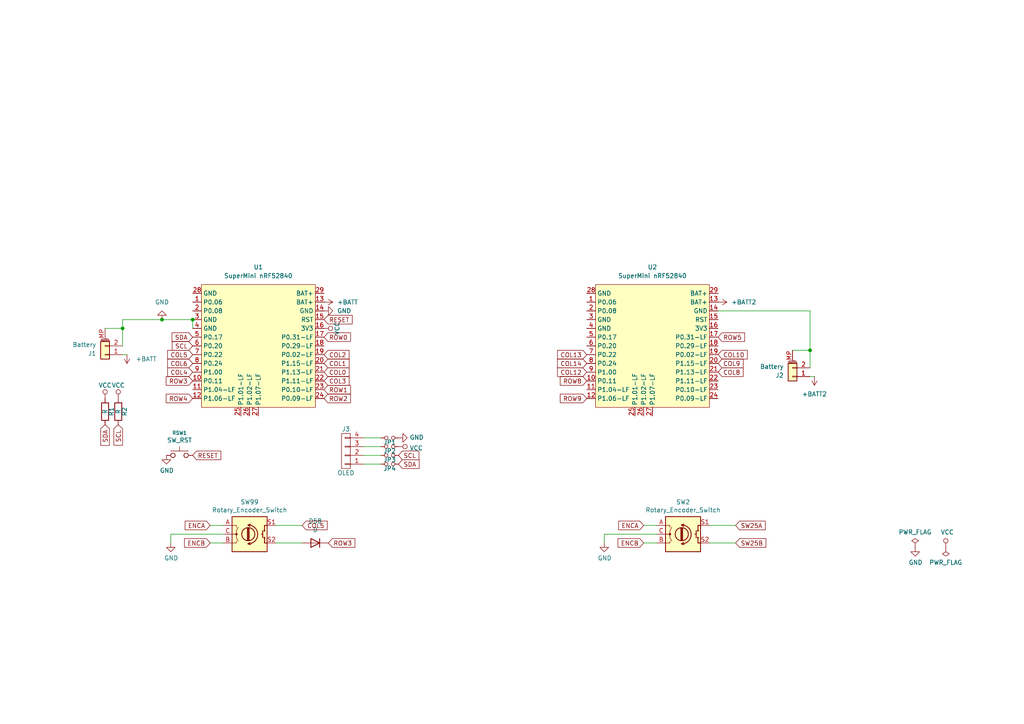
<source format=kicad_sch>
(kicad_sch (version 20231120) (generator "eeschema") (generator_version "8.0")
  (paper "A4")
  (lib_symbols
    (symbol "Connector_Generic_MountingPin:Conn_01x02_MountingPin" (pin_names (offset 1.016) hide)
      (property "Reference" "J" (at 0 2.54 0))
      (property "Value" "Conn_01x02_MountingPin" (at 1.27 -5.08 0))
      (symbol "Conn_01x02_MountingPin_1_1"
        (rectangle (start -1.27 -2.413) (end 0 -2.667) (stroke (width 0.1524)))
        (rectangle (start -1.27 0.127) (end 0 -0.127) (stroke (width 0.1524)))
        (rectangle (start -1.27 1.27) (end 1.27 -3.81) (stroke (width 0.254)) (fill (type background)))
        (polyline (pts (xy -1.016 -4.572) (xy 1.016 -4.572)) (stroke (width 0.1524)))
        (text "Mounting" (at 0 -4.191 0) (effects (font (size 0.381 0.381))))
        (pin passive line (at -5.08 0 0) (length 3.81) (name "Pin_1") (number "1"))
        (pin passive line (at -5.08 -2.54 0) (length 3.81) (name "Pin_2") (number "2"))
        (pin passive line (at 0 -7.62 90) (length 3.048) (name "MountPin") (number "MP"))
      )
    )
    (symbol "Device:D" (pin_numbers hide) (pin_names (offset 1.016) hide)
      (property "Reference" "D" (at 0 2.54 0))
      (property "Value" "D" (at 0 -2.54 0))
      (symbol "D_0_1"
        (polyline (pts (xy -1.27 1.27) (xy -1.27 -1.27)) (stroke (width 0.254)))
        (polyline (pts (xy 1.27 0) (xy -1.27 0)))
        (polyline (pts (xy 1.27 1.27) (xy 1.27 -1.27) (xy -1.27 0) (xy 1.27 1.27)) (stroke (width 0.254)))
      )
      (symbol "D_1_1"
        (pin passive line (at -3.81 0 0) (length 2.54) (name "K") (number "1"))
        (pin passive line (at 3.81 0 180) (length 2.54) (name "A") (number "2"))
      )
    )
    (symbol "SofleKeyboard-rescue:GND-Lily58-cache-Lily58_Pro-rescue" (power) (pin_names (offset 0))
      (property "Value" "GND-Lily58-cache-Lily58_Pro-rescue" (at 0 -3.81 0))
      (symbol "GND-Lily58-cache-Lily58_Pro-rescue_1_1"
        (polyline (pts (xy 0 0) (xy 0 -1.27) (xy 1.27 -1.27) (xy 0 -2.54) (xy -1.27 -1.27) (xy 0 -1.27)))
        (pin power_in line (at 0 0 0) (length 0) hide (name "GND") (number "1"))
      )
    )
    (symbol "SofleKeyboard-rescue:GND-power" (power) (pin_names (offset 0))
      (property "Value" "power_GND" (at 0 -3.81 0))
      (symbol "GND-power_0_1"
        (polyline (pts (xy 0 0) (xy 0 -1.27) (xy 1.27 -1.27) (xy 0 -2.54) (xy -1.27 -1.27) (xy 0 -1.27)))
      )
      (symbol "GND-power_1_1"
        (pin power_in line (at 0 0 270) (length 0) hide (name "GND") (number "1"))
      )
    )
    (symbol "SofleKeyboard-rescue:Jumper_NO_Small-Device" (pin_numbers hide) (pin_names (offset 0.762) hide)
      (property "Reference" "JP" (at 0 2.032 0))
      (property "Value" "Device_Jumper_NO_Small" (at 0.254 -1.524 0))
      (symbol "Jumper_NO_Small-Device_0_1"
        (circle (center -1.016 0) (radius 0.508))
        (circle (center 1.016 0) (radius 0.508))
        (pin passive line (at -2.54 0 0) (length 1.016) (name "1") (number "1"))
        (pin passive line (at 2.54 0 180) (length 1.016) (name "2") (number "2"))
      )
    )
    (symbol "SofleKeyboard-rescue:OLED-Lily58-cache-Lily58_Pro-rescue" (pin_names (offset 1.016) hide)
      (property "Reference" "J" (at 0 6.35 0))
      (property "Value" "OLED-Lily58-cache-Lily58_Pro-rescue" (at 2.54 0 90))
      (symbol "OLED-Lily58-cache-Lily58_Pro-rescue_0_1"
        (rectangle (start -1.27 -3.683) (end 0.254 -3.937))
        (rectangle (start -1.27 -1.143) (end 0.254 -1.397))
        (rectangle (start -1.27 1.397) (end 0.254 1.143))
        (rectangle (start -1.27 3.937) (end 0.254 3.683))
        (rectangle (start -1.27 5.08) (end 1.27 -5.08))
      )
      (symbol "OLED-Lily58-cache-Lily58_Pro-rescue_1_1"
        (pin passive line (at -5.08 3.81 0) (length 3.81) (name "P1") (number "1"))
        (pin passive line (at -5.08 1.27 0) (length 3.81) (name "P2") (number "2"))
        (pin passive line (at -5.08 -1.27 0) (length 3.81) (name "P3") (number "3"))
        (pin passive line (at -5.08 -3.81 0) (length 3.81) (name "P4") (number "4"))
      )
    )
    (symbol "SofleKeyboard-rescue:PWR_FLAG-Lily58-cache-Lily58_Pro-rescue" (power) (pin_numbers hide) (pin_names (offset 0) hide)
      (property "Value" "PWR_FLAG-Lily58-cache-Lily58_Pro-rescue" (at 0 3.81 0))
      (symbol "PWR_FLAG-Lily58-cache-Lily58_Pro-rescue_0_0"
        (pin power_out line (at 0 0 90) (length 0) (name "pwr") (number "1"))
      )
      (symbol "PWR_FLAG-Lily58-cache-Lily58_Pro-rescue_0_1"
        (polyline (pts (xy 0 0) (xy 0 1.27) (xy -1.016 1.905) (xy 0 2.54) (xy 1.016 1.905) (xy 0 1.27)))
      )
    )
    (symbol "SofleKeyboard-rescue:R-Lily58-cache-Lily58_Pro-rescue" (pin_numbers hide) (pin_names (offset 0))
      (property "Reference" "R" (at 0 0 90))
      (property "Value" "R-Lily58-cache-Lily58_Pro-rescue" (at -2.54 0 90))
      (symbol "R-Lily58-cache-Lily58_Pro-rescue_0_1"
        (rectangle (start -1.016 -2.54) (end 1.016 2.54) (stroke (width 0.254)))
      )
      (symbol "R-Lily58-cache-Lily58_Pro-rescue_1_1"
        (pin passive line (at 0 3.81 270) (length 1.27) (name "~") (number "1"))
        (pin passive line (at 0 -3.81 90) (length 1.27) (name "~") (number "2"))
      )
    )
    (symbol "SofleKeyboard-rescue:Rotary_Encoder_Switch-Device" (pin_names (offset 0.254) hide)
      (property "Reference" "SW" (at 0 6.604 0))
      (property "Value" "Device_Rotary_Encoder_Switch" (at 0 -6.604 0))
      (symbol "Rotary_Encoder_Switch-Device_0_1"
        (rectangle (start -5.08 5.08) (end 5.08 -5.08) (stroke (width 0.254)) (fill (type background)))
        (circle (center -3.81 0) (radius 0.254) (fill (type outline)))
        (arc (start -0.381 -2.794) (mid 2.3622 -0.0508) (end -0.381 2.667) (stroke (width 0.254)))
        (circle (center -0.381 0) (radius 1.905) (stroke (width 0.254)))
        (polyline (pts (xy -0.635 -1.778) (xy -0.635 1.778)) (stroke (width 0.254)))
        (polyline (pts (xy -0.381 -1.778) (xy -0.381 1.778)) (stroke (width 0.254)))
        (polyline (pts (xy -0.127 1.778) (xy -0.127 -1.778)) (stroke (width 0.254)))
        (polyline (pts (xy 3.81 0) (xy 3.429 0)) (stroke (width 0.254)))
        (polyline (pts (xy 3.81 1.016) (xy 3.81 -1.016)) (stroke (width 0.254)))
        (polyline (pts (xy -5.08 -2.54) (xy -3.81 -2.54) (xy -3.81 -2.032)))
        (polyline (pts (xy -5.08 2.54) (xy -3.81 2.54) (xy -3.81 2.032)))
        (polyline (pts (xy 0.254 -3.048) (xy -0.508 -2.794) (xy 0.127 -2.413)) (stroke (width 0.254)))
        (polyline (pts (xy 0.254 2.921) (xy -0.508 2.667) (xy 0.127 2.286)) (stroke (width 0.254)))
        (polyline (pts (xy 5.08 -2.54) (xy 4.318 -2.54) (xy 4.318 -1.016)) (stroke (width 0.254)))
        (polyline (pts (xy 5.08 2.54) (xy 4.318 2.54) (xy 4.318 1.016)) (stroke (width 0.254)))
        (polyline (pts (xy -5.08 0) (xy -3.81 0) (xy -3.81 -1.016) (xy -3.302 -2.032)))
        (polyline (pts (xy -4.318 0) (xy -3.81 0) (xy -3.81 1.016) (xy -3.302 2.032)))
        (circle (center 4.318 -1.016) (radius 0.127) (stroke (width 0.254)))
        (circle (center 4.318 1.016) (radius 0.127) (stroke (width 0.254)))
      )
      (symbol "Rotary_Encoder_Switch-Device_1_1"
        (pin passive line (at -7.62 2.54 0) (length 2.54) (name "A") (number "A"))
        (pin passive line (at -7.62 -2.54 0) (length 2.54) (name "B") (number "B"))
        (pin passive line (at -7.62 0 0) (length 2.54) (name "C") (number "C"))
        (pin passive line (at 7.62 2.54 180) (length 2.54) (name "S1") (number "S1"))
        (pin passive line (at 7.62 -2.54 180) (length 2.54) (name "S2") (number "S2"))
      )
    )
    (symbol "SofleKeyboard-rescue:SW_RST-Lily58-cache-Lily58_Pro-rescue" (pin_numbers hide) (pin_names (offset 1.016) hide)
      (property "Reference" "RSW" (at 2.54 2.54 0))
      (property "Value" "SW_RST-Lily58-cache-Lily58_Pro-rescue" (at 0 -2.54 0))
      (symbol "SW_RST-Lily58-cache-Lily58_Pro-rescue_0_1"
        (polyline (pts (xy -2.54 1.27) (xy 2.54 1.27)))
        (polyline (pts (xy 0 2.54) (xy 0 1.27)))
        (pin passive inverted (at -3.81 0 0) (length 2.54) (name "1") (number "1"))
        (pin passive inverted (at 3.81 0 180) (length 2.54) (name "2") (number "2"))
      )
    )
    (symbol "SofleKeyboard-rescue:VCC-Lily58-cache-Lily58_Pro-rescue" (power) (pin_names (offset 0))
      (property "Value" "VCC-Lily58-cache-Lily58_Pro-rescue" (at 0 3.81 0))
      (symbol "VCC-Lily58-cache-Lily58_Pro-rescue_0_1"
        (polyline (pts (xy 0 0) (xy 0 1.27)))
        (circle (center 0 1.905) (radius 0.635))
      )
      (symbol "VCC-Lily58-cache-Lily58_Pro-rescue_1_1"
        (pin power_in line (at 0 0 90) (length 0) hide (name "VCC") (number "1"))
      )
    )
    (symbol "SofleKeyboard-rescue:VCC-power" (power) (pin_names (offset 0))
      (property "Value" "power_VCC" (at 0 3.81 0))
      (symbol "VCC-power_0_1"
        (polyline (pts (xy 0 0) (xy 0 1.27)))
        (circle (center 0 1.905) (radius 0.635))
      )
      (symbol "VCC-power_1_1"
        (pin power_in line (at 0 0 90) (length 0) hide (name "VCC") (number "1"))
      )
    )
    (symbol "marbastlib-promicroish:SuperMini_nRF52840" (in_bom no)
      (property "Reference" "U" (at 0 22.86 0))
      (property "Value" "SuperMini nRF52840" (at 0 20.32 0))
      (symbol "SuperMini_nRF52840_0_0"
        (pin bidirectional line (at -19.05 13.97 0) (length 2.54) (name "P0.06") (number "1"))
        (pin bidirectional line (at -19.05 -8.89 0) (length 2.54) (name "P0.11") (number "10"))
        (pin bidirectional line (at -19.05 -11.43 0) (length 2.54) (name "P1.04-LF") (number "11"))
        (pin bidirectional line (at -19.05 -13.97 0) (length 2.54) (name "P1.06-LF") (number "12"))
        (pin power_out line (at 19.05 11.43 180) (length 2.54) (name "GND") (number "14"))
        (pin bidirectional line (at 19.05 8.89 180) (length 2.54) (name "RST") (number "15"))
        (pin bidirectional line (at 19.05 3.81 180) (length 2.54) (name "P0.31-LF") (number "17"))
        (pin bidirectional line (at 19.05 1.27 180) (length 2.54) (name "P0.29-LF") (number "18"))
        (pin bidirectional line (at 19.05 -1.27 180) (length 2.54) (name "P0.02-LF") (number "19"))
        (pin bidirectional line (at -19.05 11.43 0) (length 2.54) (name "P0.08") (number "2"))
        (pin bidirectional line (at 19.05 -3.81 180) (length 2.54) (name "P1.15-LF") (number "20"))
        (pin bidirectional line (at 19.05 -6.35 180) (length 2.54) (name "P1.13-LF") (number "21"))
        (pin bidirectional line (at 19.05 -8.89 180) (length 2.54) (name "P1.11-LF") (number "22"))
        (pin bidirectional line (at 19.05 -13.97 180) (length 2.54) (name "P0.09-LF") (number "24"))
        (pin power_out line (at -19.05 8.89 0) (length 2.54) (name "GND") (number "3"))
        (pin power_out line (at -19.05 6.35 0) (length 2.54) (name "GND") (number "4"))
        (pin bidirectional line (at -19.05 3.81 0) (length 2.54) (name "P0.17") (number "5"))
        (pin bidirectional line (at -19.05 1.27 0) (length 2.54) (name "P0.20") (number "6"))
        (pin bidirectional line (at -19.05 -1.27 0) (length 2.54) (name "P0.22") (number "7"))
        (pin bidirectional line (at -19.05 -3.81 0) (length 2.54) (name "P0.24") (number "8"))
        (pin bidirectional line (at -19.05 -6.35 0) (length 2.54) (name "P1.00") (number "9"))
      )
      (symbol "SuperMini_nRF52840_1_0"
        (pin power_out line (at 19.05 13.97 180) (length 2.54) (name "BAT+") (number "13"))
        (pin power_out line (at 19.05 6.35 180) (length 2.54) (name "3V3") (number "16"))
        (pin bidirectional line (at 19.05 -11.43 180) (length 2.54) (name "P0.10-LF") (number "23"))
        (pin bidirectional line (at -5.08 -19.05 90) (length 2.54) (name "P1.01-LF") (number "25"))
        (pin bidirectional line (at -2.54 -19.05 90) (length 2.54) (name "P1.02-LF") (number "26"))
        (pin bidirectional line (at 0 -19.05 90) (length 2.54) (name "P1.07-LF") (number "27"))
        (pin power_out line (at -19.05 16.51 0) (length 2.54) (name "GND") (number "28"))
        (pin power_out line (at 19.05 16.51 180) (length 2.54) (name "BAT+") (number "29"))
      )
      (symbol "SuperMini_nRF52840_1_1"
        (rectangle (start -16.51 19.05) (end 16.51 -16.51) (fill (type background)))
      )
    )
    (symbol "power:+BATT" (power) (pin_numbers hide) (pin_names (offset 0) hide)
      (property "Value" "+BATT" (at 0 3.556 0))
      (symbol "+BATT_0_1"
        (polyline (pts (xy -0.762 1.27) (xy 0 2.54)))
        (polyline (pts (xy 0 0) (xy 0 2.54)))
        (polyline (pts (xy 0 2.54) (xy 0.762 1.27)))
      )
      (symbol "+BATT_1_1"
        (pin power_in line (at 0 0 90) (length 0) (name "~") (number "1"))
      )
    )
    (symbol "power:GND" (power) (pin_numbers hide) (pin_names (offset 0) hide)
      (property "Value" "GND" (at 0 -3.81 0))
      (symbol "GND_0_1"
        (polyline (pts (xy 0 0) (xy 0 -1.27) (xy 1.27 -1.27) (xy 0 -2.54) (xy -1.27 -1.27) (xy 0 -1.27)))
      )
      (symbol "GND_1_1"
        (pin power_in line (at 0 0 270) (length 0) (name "~") (number "1"))
      )
    )
  )
  (junction (at 55.88 92.71))
  (junction (at 35.56 95.25))
  (junction (at 46.99 92.71))
  (junction (at 234.95 101.6))
  (wire (pts (xy 60.96 152.4) (xy 64.77 152.4)))
  (wire (pts (xy 186.69 152.4) (xy 190.5 152.4)))
  (wire (pts (xy 205.74 152.4) (xy 213.36 152.4)))
  (wire (pts (xy 49.53 154.94) (xy 49.53 157.48)))
  (wire (pts (xy 110.49 134.62) (xy 105.41 134.62)))
  (wire (pts (xy 46.99 92.71) (xy 35.56 92.71)))
  (wire (pts (xy 208.28 90.17) (xy 234.95 90.17)))
  (wire (pts (xy 234.95 101.6) (xy 229.87 101.6)))
  (wire (pts (xy 35.56 100.33) (xy 35.56 95.25)))
  (wire (pts (xy 234.95 109.22) (xy 236.22 109.22)))
  (wire (pts (xy 190.5 154.94) (xy 175.26 154.94)))
  (wire (pts (xy 80.01 152.4) (xy 87.63 152.4)))
  (wire (pts (xy 105.41 132.08) (xy 110.49 132.08)))
  (wire (pts (xy 35.56 92.71) (xy 35.56 95.25)))
  (wire (pts (xy 105.41 129.54) (xy 110.49 129.54)))
  (wire (pts (xy 64.77 154.94) (xy 49.53 154.94)))
  (wire (pts (xy 234.95 106.68) (xy 234.95 101.6)))
  (wire (pts (xy 55.88 92.71) (xy 46.99 92.71)))
  (wire (pts (xy 105.41 127) (xy 110.49 127)))
  (wire (pts (xy 55.88 92.71) (xy 55.88 95.25)))
  (wire (pts (xy 60.96 157.48) (xy 64.77 157.48)))
  (wire (pts (xy 205.74 157.48) (xy 213.36 157.48)))
  (wire (pts (xy 35.56 102.87) (xy 36.83 102.87)))
  (wire (pts (xy 234.95 90.17) (xy 234.95 101.6)))
  (wire (pts (xy 186.69 157.48) (xy 190.5 157.48)))
  (wire (pts (xy 80.01 157.48) (xy 87.63 157.48)))
  (wire (pts (xy 35.56 95.25) (xy 30.48 95.25)))
  (wire (pts (xy 175.26 154.94) (xy 175.26 157.48)))
  (global_label "SDA" (shape input) (at 55.88 97.79 180) (property "Intersheetrefs" "${INTERSHEET_REFS}" (effects (hide yes))))
  (global_label "COL2" (shape input) (at 93.98 102.87 0) (property "Intersheetrefs" "${INTERSHEET_REFS}" (effects (hide yes))))
  (global_label "ROW3" (shape input) (at 55.88 110.49 180) (property "Intersheetrefs" "${INTERSHEET_REFS}" (effects (hide yes))))
  (global_label "SCL" (shape input) (at 34.29 123.19 270) (property "Intersheetrefs" "${INTERSHEET_REFS}" (effects (hide yes))))
  (global_label "COL0" (shape input) (at 93.98 107.95 0) (property "Intersheetrefs" "${INTERSHEET_REFS}" (effects (hide yes))))
  (global_label "ROW3" (shape input) (at 95.25 157.48 0) (property "Intersheetrefs" "${INTERSHEET_REFS}" (effects (hide yes))))
  (global_label "COL6" (shape input) (at 55.88 105.41 180) (property "Intersheetrefs" "${INTERSHEET_REFS}" (effects (hide yes))))
  (global_label "ROW1" (shape input) (at 93.98 113.03 0) (property "Intersheetrefs" "${INTERSHEET_REFS}" (effects (hide yes))))
  (global_label "COL5" (shape input) (at 55.88 102.87 180) (property "Intersheetrefs" "${INTERSHEET_REFS}" (effects (hide yes))))
  (global_label "ROW4" (shape input) (at 55.88 115.57 180) (property "Intersheetrefs" "${INTERSHEET_REFS}" (effects (hide yes))))
  (global_label "SCL" (shape input) (at 55.88 100.33 180) (property "Intersheetrefs" "${INTERSHEET_REFS}" (effects (hide yes))))
  (global_label "COL13" (shape input) (at 170.18 102.87 180) (property "Intersheetrefs" "${INTERSHEET_REFS}" (effects (hide yes))))
  (global_label "COL3" (shape input) (at 93.98 110.49 0) (property "Intersheetrefs" "${INTERSHEET_REFS}" (effects (hide yes))))
  (global_label "COL4" (shape input) (at 55.88 107.95 180) (property "Intersheetrefs" "${INTERSHEET_REFS}" (effects (hide yes))))
  (global_label "SDA" (shape input) (at 115.57 134.62 0) (property "Intersheetrefs" "${INTERSHEET_REFS}" (effects (hide yes))))
  (global_label "SW25B" (shape input) (at 213.36 157.48 0) (property "Intersheetrefs" "${INTERSHEET_REFS}" (effects (hide yes))))
  (global_label "SDA" (shape input) (at 30.48 123.19 270) (property "Intersheetrefs" "${INTERSHEET_REFS}" (effects (hide yes))))
  (global_label "ENCB" (shape input) (at 186.69 157.48 180) (property "Intersheetrefs" "${INTERSHEET_REFS}" (effects (hide yes))))
  (global_label "COL1" (shape input) (at 93.98 105.41 0) (property "Intersheetrefs" "${INTERSHEET_REFS}" (effects (hide yes))))
  (global_label "RESET" (shape input) (at 93.98 92.71 0) (property "Intersheetrefs" "${INTERSHEET_REFS}" (effects (hide yes))))
  (global_label "COL9" (shape input) (at 208.28 105.41 0) (property "Intersheetrefs" "${INTERSHEET_REFS}" (effects (hide yes))))
  (global_label "ROW5" (shape input) (at 208.28 97.79 0) (property "Intersheetrefs" "${INTERSHEET_REFS}" (effects (hide yes))))
  (global_label "ROW2" (shape input) (at 93.98 115.57 0) (property "Intersheetrefs" "${INTERSHEET_REFS}" (effects (hide yes))))
  (global_label "RESET" (shape input) (at 55.88 132.08 0) (property "Intersheetrefs" "${INTERSHEET_REFS}" (effects (hide yes))))
  (global_label "COL5" (shape input) (at 87.63 152.4 0) (property "Intersheetrefs" "${INTERSHEET_REFS}" (effects (hide yes))))
  (global_label "COL8" (shape input) (at 208.28 107.95 0) (property "Intersheetrefs" "${INTERSHEET_REFS}" (effects (hide yes))))
  (global_label "ENCB" (shape input) (at 60.96 157.48 180) (property "Intersheetrefs" "${INTERSHEET_REFS}" (effects (hide yes))))
  (global_label "ROW9" (shape input) (at 170.18 115.57 180) (property "Intersheetrefs" "${INTERSHEET_REFS}" (effects (hide yes))))
  (global_label "COL12" (shape input) (at 170.18 107.95 180) (property "Intersheetrefs" "${INTERSHEET_REFS}" (effects (hide yes))))
  (global_label "SW25A" (shape input) (at 213.36 152.4 0) (property "Intersheetrefs" "${INTERSHEET_REFS}" (effects (hide yes))))
  (global_label "COL10" (shape input) (at 208.28 102.87 0) (property "Intersheetrefs" "${INTERSHEET_REFS}" (effects (hide yes))))
  (global_label "SCL" (shape input) (at 115.57 132.08 0) (property "Intersheetrefs" "${INTERSHEET_REFS}" (effects (hide yes))))
  (global_label "ENCA" (shape input) (at 186.69 152.4 180) (property "Intersheetrefs" "${INTERSHEET_REFS}" (effects (hide yes))))
  (global_label "COL14" (shape input) (at 170.18 105.41 180) (property "Intersheetrefs" "${INTERSHEET_REFS}" (effects (hide yes))))
  (global_label "ROW0" (shape input) (at 93.98 97.79 0) (property "Intersheetrefs" "${INTERSHEET_REFS}" (effects (hide yes))))
  (global_label "ENCA" (shape input) (at 60.96 152.4 180) (property "Intersheetrefs" "${INTERSHEET_REFS}" (effects (hide yes))))
  (global_label "ROW8" (shape input) (at 170.18 110.49 180) (property "Intersheetrefs" "${INTERSHEET_REFS}" (effects (hide yes))))
  (symbol (lib_id "power:GND") (at 46.99 92.71 180) (unit 1)
    (property "Reference" "#PWR03" (effects (hide yes)))
    (property "Value" "GND" (at 46.99 87.63 0))
    (property "Description" "Power symbol creates a global label with name \"GND\" , ground" (effects (hide yes)))
  )
  (symbol (lib_id "power:+BATT") (at 36.83 102.87 180) (unit 1)
    (property "Reference" "#PWR01" (effects (hide yes)))
    (property "Value" "+BATT" (at 39.37 104.1399 0) (effects (justify right)))
    (property "Description" "Power symbol creates a global label with name \"+BATT\"" (effects (hide yes)))
  )
  (symbol (lib_id "SofleKeyboard-rescue:Jumper_NO_Small-Device") (at 113.03 132.08 0) (unit 1)
    (property "Reference" "JP3" (at 113.03 133.35 0))
    (property "Value" "Jumper_NO_Small" (effects (hide yes)))
    (property "Footprint" "SofleKeyboard-footprint:Jumper" (effects (hide yes)))
  )
  (symbol (lib_id "SofleKeyboard-rescue:GND-power") (at 175.26 157.48 0) (unit 1)
    (property "Reference" "#PWR013" (effects (hide yes)))
    (property "Value" "GND" (at 175.387 161.8742 0))
  )
  (symbol (lib_id "marbastlib-promicroish:SuperMini_nRF52840") (at 189.23 101.6 0) (unit 1) (in_bom no)
    (property "Reference" "U2" (at 189.23 77.47 0))
    (property "Value" "SuperMini nRF52840" (at 189.23 80.01 0))
    (property "Footprint" "marbastlib-xp-promicroish:SuperMini_nRF52840_AH_USBdn" (effects (hide yes)))
    (property "Datasheet" "https://wiki.icbbuy.com/doku.php?id=developmentboard:nrf52840" (effects (hide yes)))
    (property "Description" "Symbol for an nicekeyboards nice!nano" (effects (hide yes)))
  )
  (symbol (lib_id "SofleKeyboard-rescue:VCC-Lily58-cache-Lily58_Pro-rescue") (at 274.32 158.75 0) (unit 1)
    (property "Reference" "#PWR011" (effects (hide yes)))
    (property "Value" "VCC" (at 274.7518 154.3558 0))
  )
  (symbol (lib_id "Device:D") (at 91.44 157.48 180) (unit 1)
    (property "Reference" "D58" (at 91.44 151.13 0))
    (property "Value" "D" (at 91.44 153.67 0))
    (property "Description" "Diode" (effects (hide yes)))
    (property "Sim.Device" "D" (effects (hide yes)))
    (property "Sim.Pins" "1=K 2=A" (effects (hide yes)))
  )
  (symbol (lib_id "SofleKeyboard-rescue:GND-Lily58-cache-Lily58_Pro-rescue") (at 48.26 132.08 0) (unit 1)
    (property "Reference" "#PWR02" (effects (hide yes)))
    (property "Value" "GND" (at 48.387 136.4742 0))
  )
  (symbol (lib_id "SofleKeyboard-rescue:R-Lily58-cache-Lily58_Pro-rescue") (at 34.29 119.38 0) (unit 1)
    (property "Reference" "R2" (at 36.83 119.38 90) (effects (justify bottom)))
    (property "Value" "R" (at 34.29 119.38 90))
    (property "Footprint" "Resistor_SMD:R_0805_2012Metric" (effects (hide yes)))
  )
  (symbol (lib_id "SofleKeyboard-rescue:Rotary_Encoder_Switch-Device") (at 72.39 154.94 0) (unit 1)
    (property "Reference" "SW99" (at 72.39 145.6182 0))
    (property "Value" "Rotary_Encoder_Switch" (at 72.39 147.9296 0))
    (property "Footprint" "SofleKeyboard-footprint:RotaryEncoder_Alps_EC11E-Switch_Vertical_H20mm-keebio_modified" (effects (hide yes)))
  )
  (symbol (lib_id "power:GND") (at 93.98 90.17 90) (unit 1)
    (property "Reference" "#PWR05" (effects (hide yes)))
    (property "Value" "GND" (at 97.79 90.1699 90) (effects (justify right)))
    (property "Description" "Power symbol creates a global label with name \"GND\" , ground" (effects (hide yes)))
  )
  (symbol (lib_id "power:+BATT") (at 236.22 109.22 180) (unit 1)
    (property "Reference" "#PWR07" (effects (hide yes)))
    (property "Value" "+BATT2" (at 236.22 114.3 0))
    (property "Description" "Power symbol creates a global label with name \"+BATT\"" (effects (hide yes)))
  )
  (symbol (lib_id "SofleKeyboard-rescue:VCC-Lily58-cache-Lily58_Pro-rescue") (at 30.48 115.57 0) (unit 1)
    (property "Reference" "#PWR06" (effects (hide yes)))
    (property "Value" "VCC" (at 30.48 111.76 0))
  )
  (symbol (lib_id "Connector_Generic_MountingPin:Conn_01x02_MountingPin") (at 229.87 109.22 180) (unit 1)
    (property "Reference" "J2" (at 227.33 108.8645 0) (effects (justify left)))
    (property "Value" "Battery" (at 227.33 106.3245 0) (effects (justify left)))
    (property "Footprint" "Connector_JST:JST_PH_S2B-PH-SM4-TB_1x02-1MP_P2.00mm_Horizontal" (effects (hide yes)))
    (property "Description" "Generic connectable mounting pin connector, single row, 01x02, script generated (kicad-library-utils/schlib/autogen/connector/)" (effects (hide yes)))
  )
  (symbol (lib_id "SofleKeyboard-rescue:PWR_FLAG-Lily58-cache-Lily58_Pro-rescue") (at 265.43 158.75 0) (unit 1)
    (property "Reference" "#FLG01" (effects (hide yes)))
    (property "Value" "PWR_FLAG" (at 265.43 154.3304 0))
  )
  (symbol (lib_id "SofleKeyboard-rescue:R-Lily58-cache-Lily58_Pro-rescue") (at 30.48 119.38 0) (unit 1)
    (property "Reference" "R1" (at 33.02 119.38 90) (effects (justify bottom)))
    (property "Value" "R" (at 30.48 119.38 90))
    (property "Footprint" "Resistor_SMD:R_0805_2012Metric" (effects (hide yes)))
  )
  (symbol (lib_id "SofleKeyboard-rescue:Jumper_NO_Small-Device") (at 113.03 134.62 0) (unit 1)
    (property "Reference" "JP4" (at 113.03 135.89 0))
    (property "Value" "Jumper_NO_Small" (effects (hide yes)))
    (property "Footprint" "SofleKeyboard-footprint:Jumper" (effects (hide yes)))
  )
  (symbol (lib_id "SofleKeyboard-rescue:GND-power") (at 49.53 157.48 0) (unit 1)
    (property "Reference" "#PWR012" (effects (hide yes)))
    (property "Value" "GND" (at 49.657 161.8742 0))
  )
  (symbol (lib_id "SofleKeyboard-rescue:VCC-power") (at 115.57 129.54 270) (unit 1)
    (property "Reference" "#PWR015" (effects (hide yes)))
    (property "Value" "VCC" (at 118.8212 129.9718 90) (effects (justify left)))
  )
  (symbol (lib_id "Connector_Generic_MountingPin:Conn_01x02_MountingPin") (at 30.48 102.87 180) (unit 1)
    (property "Reference" "J1" (at 27.94 102.5145 0) (effects (justify left)))
    (property "Value" "Battery" (at 27.94 99.9745 0) (effects (justify left)))
    (property "Footprint" "Connector_JST:JST_PH_S2B-PH-SM4-TB_1x02-1MP_P2.00mm_Horizontal" (effects (hide yes)))
    (property "Description" "Generic connectable mounting pin connector, single row, 01x02, script generated (kicad-library-utils/schlib/autogen/connector/)" (effects (hide yes)))
  )
  (symbol (lib_id "SofleKeyboard-rescue:PWR_FLAG-Lily58-cache-Lily58_Pro-rescue") (at 274.32 158.75 180) (unit 1)
    (property "Reference" "#FLG02" (effects (hide yes)))
    (property "Value" "PWR_FLAG" (at 274.32 163.1442 0))
  )
  (symbol (lib_id "SofleKeyboard-rescue:SW_RST-Lily58-cache-Lily58_Pro-rescue") (at 52.07 132.08 0) (unit 1)
    (property "Reference" "RSW1" (at 52.07 125.5776 0) (effects (font (size 1.016 1.016))))
    (property "Value" "SW_RST" (at 52.07 127.6858 0))
    (property "Footprint" "SofleKeyboard-footprint:TACT_SWITCH_TVBP06" (effects (hide yes)))
  )
  (symbol (lib_id "SofleKeyboard-rescue:Rotary_Encoder_Switch-Device") (at 198.12 154.94 0) (unit 1)
    (property "Reference" "SW2" (at 198.12 145.6182 0))
    (property "Value" "Rotary_Encoder_Switch" (at 198.12 147.9296 0))
    (property "Footprint" "SofleKeyboard-footprint:RotaryEncoder_Alps_EC11E-Switch_Vertical_H20mm-keebio_modified" (effects (hide yes)))
  )
  (symbol (lib_id "SofleKeyboard-rescue:Jumper_NO_Small-Device") (at 113.03 129.54 0) (unit 1)
    (property "Reference" "JP2" (at 113.03 130.81 0))
    (property "Value" "Jumper_NO_Small" (effects (hide yes)))
    (property "Footprint" "SofleKeyboard-footprint:Jumper" (effects (hide yes)))
  )
  (symbol (lib_id "marbastlib-promicroish:SuperMini_nRF52840") (at 74.93 101.6 0) (unit 1) (in_bom no)
    (property "Reference" "U1" (at 74.93 77.47 0))
    (property "Value" "SuperMini nRF52840" (at 74.93 80.01 0))
    (property "Footprint" "marbastlib-xp-promicroish:SuperMini_nRF52840_AH_USBdn" (effects (hide yes)))
    (property "Datasheet" "https://wiki.icbbuy.com/doku.php?id=developmentboard:nrf52840" (effects (hide yes)))
    (property "Description" "Symbol for an nicekeyboards nice!nano" (effects (hide yes)))
  )
  (symbol (lib_id "SofleKeyboard-rescue:VCC-Lily58-cache-Lily58_Pro-rescue") (at 93.98 95.25 270) (unit 1)
    (property "Reference" "#PWR018" (effects (hide yes)))
    (property "Value" "VCC" (at 97.79 95.25 0))
  )
  (symbol (lib_id "SofleKeyboard-rescue:Jumper_NO_Small-Device") (at 113.03 127 0) (unit 1)
    (property "Reference" "JP1" (at 113.03 128.27 0))
    (property "Value" "Jumper_NO_Small" (effects (hide yes)))
    (property "Footprint" "SofleKeyboard-footprint:Jumper" (effects (hide yes)))
  )
  (symbol (lib_id "SofleKeyboard-rescue:VCC-Lily58-cache-Lily58_Pro-rescue") (at 34.29 115.57 0) (unit 1)
    (property "Reference" "#PWR09" (effects (hide yes)))
    (property "Value" "VCC" (at 34.29 111.76 0))
  )
  (symbol (lib_id "SofleKeyboard-rescue:GND-Lily58-cache-Lily58_Pro-rescue") (at 265.43 158.75 0) (unit 1)
    (property "Reference" "#PWR010" (effects (hide yes)))
    (property "Value" "GND" (at 265.557 163.1442 0))
  )
  (symbol (lib_id "SofleKeyboard-rescue:OLED-Lily58-cache-Lily58_Pro-rescue") (at 100.33 130.81 180) (unit 1)
    (property "Reference" "J3" (at 100.33 124.46 0))
    (property "Value" "OLED" (at 100.33 137.16 0))
    (property "Footprint" "SofleKeyboard-footprint:OLED_4Pin" (effects (hide yes)))
  )
  (symbol (lib_id "power:+BATT") (at 93.98 87.63 270) (unit 1)
    (property "Reference" "#PWR08" (effects (hide yes)))
    (property "Value" "+BATT" (at 97.79 87.6299 90) (effects (justify left)))
    (property "Description" "Power symbol creates a global label with name \"+BATT\"" (effects (hide yes)))
  )
  (symbol (lib_id "SofleKeyboard-rescue:GND-power") (at 115.57 127 90) (unit 1)
    (property "Reference" "#PWR014" (effects (hide yes)))
    (property "Value" "GND" (at 118.8212 126.873 90) (effects (justify right)))
  )
  (symbol (lib_id "power:+BATT") (at 208.28 87.63 270) (unit 1)
    (property "Reference" "#PWR04" (effects (hide yes)))
    (property "Value" "+BATT2" (at 212.09 87.6299 90) (effects (justify left)))
    (property "Description" "Power symbol creates a global label with name \"+BATT\"" (effects (hide yes)))
  )
)
</source>
